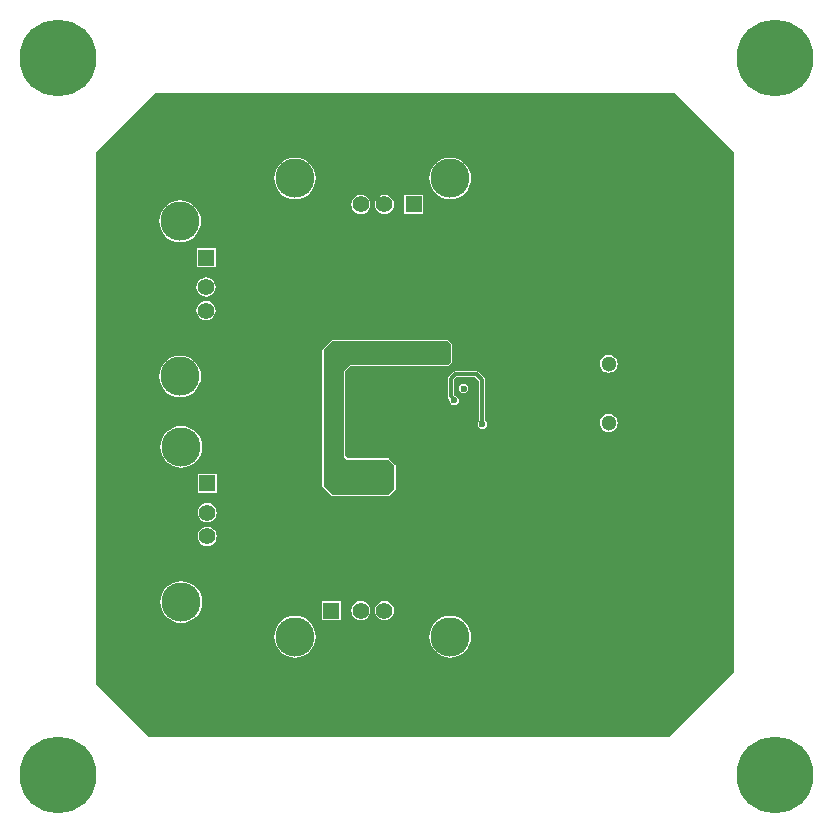
<source format=gbl>
G04*
G04 #@! TF.GenerationSoftware,Altium Limited,Altium Designer,20.2.3 (150)*
G04*
G04 Layer_Physical_Order=2*
G04 Layer_Color=16711680*
%FSLAX44Y44*%
%MOMM*%
G71*
G04*
G04 #@! TF.SameCoordinates,CE7551EE-2CAC-49A0-A575-A5F11EB50F32*
G04*
G04*
G04 #@! TF.FilePolarity,Positive*
G04*
G01*
G75*
%ADD11C,0.3000*%
%ADD58C,1.4080*%
%ADD59R,1.4080X1.4080*%
%ADD60C,3.3160*%
%ADD61C,1.3000*%
%ADD62R,1.4080X1.4080*%
%ADD63C,6.5000*%
%ADD64C,0.6000*%
G36*
X2200000Y960000D02*
Y520000D01*
X2145000Y465000D01*
X1705000D01*
X1660000Y510000D01*
Y960000D01*
X1710000Y1010000D01*
X2150000D01*
X2200000Y960000D01*
D02*
G37*
%LPC*%
G36*
X1959700Y955665D02*
X1956254Y955326D01*
X1952940Y954320D01*
X1949886Y952688D01*
X1947209Y950491D01*
X1945012Y947814D01*
X1943380Y944760D01*
X1942374Y941446D01*
X1942035Y938000D01*
X1942374Y934554D01*
X1943380Y931240D01*
X1945012Y928186D01*
X1947209Y925509D01*
X1949886Y923312D01*
X1952940Y921680D01*
X1956254Y920674D01*
X1959700Y920335D01*
X1963146Y920674D01*
X1966460Y921680D01*
X1969514Y923312D01*
X1972191Y925509D01*
X1974388Y928186D01*
X1976020Y931240D01*
X1977026Y934554D01*
X1977365Y938000D01*
X1977026Y941446D01*
X1976020Y944760D01*
X1974388Y947814D01*
X1972191Y950491D01*
X1969514Y952688D01*
X1966460Y954320D01*
X1963146Y955326D01*
X1959700Y955665D01*
D02*
G37*
G36*
X1828300D02*
X1824854Y955326D01*
X1821540Y954320D01*
X1818486Y952688D01*
X1815809Y950491D01*
X1813612Y947814D01*
X1811980Y944760D01*
X1810974Y941446D01*
X1810635Y938000D01*
X1810974Y934554D01*
X1811980Y931240D01*
X1813612Y928186D01*
X1815809Y925509D01*
X1818486Y923312D01*
X1821540Y921680D01*
X1824854Y920674D01*
X1828300Y920335D01*
X1831746Y920674D01*
X1835060Y921680D01*
X1838114Y923312D01*
X1840791Y925509D01*
X1842988Y928186D01*
X1844620Y931240D01*
X1845626Y934554D01*
X1845965Y938000D01*
X1845626Y941446D01*
X1844620Y944760D01*
X1842988Y947814D01*
X1840791Y950491D01*
X1838114Y952688D01*
X1835060Y954320D01*
X1831746Y955326D01*
X1828300Y955665D01*
D02*
G37*
G36*
X1937040Y924040D02*
X1920960D01*
Y907960D01*
X1937040D01*
Y924040D01*
D02*
G37*
G36*
X1904000Y924109D02*
X1901901Y923833D01*
X1899945Y923023D01*
X1898266Y921734D01*
X1896977Y920055D01*
X1896167Y918099D01*
X1895891Y916000D01*
X1896167Y913901D01*
X1896977Y911945D01*
X1898266Y910266D01*
X1899945Y908977D01*
X1901901Y908167D01*
X1904000Y907891D01*
X1906099Y908167D01*
X1908055Y908977D01*
X1909734Y910266D01*
X1911023Y911945D01*
X1911833Y913901D01*
X1912109Y916000D01*
X1911833Y918099D01*
X1911023Y920055D01*
X1909734Y921734D01*
X1908055Y923023D01*
X1906099Y923833D01*
X1904000Y924109D01*
D02*
G37*
G36*
X1884000D02*
X1881901Y923833D01*
X1879945Y923023D01*
X1878266Y921734D01*
X1876977Y920055D01*
X1876167Y918099D01*
X1875891Y916000D01*
X1876167Y913901D01*
X1876977Y911945D01*
X1878266Y910266D01*
X1879945Y908977D01*
X1881901Y908167D01*
X1884000Y907891D01*
X1886099Y908167D01*
X1888055Y908977D01*
X1889734Y910266D01*
X1891023Y911945D01*
X1891833Y913901D01*
X1892109Y916000D01*
X1891833Y918099D01*
X1891023Y920055D01*
X1889734Y921734D01*
X1888055Y923023D01*
X1886099Y923833D01*
X1884000Y924109D01*
D02*
G37*
G36*
X1731000Y919365D02*
X1727554Y919026D01*
X1724240Y918020D01*
X1721186Y916388D01*
X1718509Y914191D01*
X1716312Y911514D01*
X1714680Y908460D01*
X1713674Y905146D01*
X1713335Y901700D01*
X1713674Y898254D01*
X1714680Y894940D01*
X1716312Y891886D01*
X1718509Y889209D01*
X1721186Y887012D01*
X1724240Y885380D01*
X1727554Y884374D01*
X1731000Y884035D01*
X1734446Y884374D01*
X1737760Y885380D01*
X1740814Y887012D01*
X1743491Y889209D01*
X1745688Y891886D01*
X1747320Y894940D01*
X1748326Y898254D01*
X1748665Y901700D01*
X1748326Y905146D01*
X1747320Y908460D01*
X1745688Y911514D01*
X1743491Y914191D01*
X1740814Y916388D01*
X1737760Y918020D01*
X1734446Y919026D01*
X1731000Y919365D01*
D02*
G37*
G36*
X1761040Y879040D02*
X1744960D01*
Y862960D01*
X1761040D01*
Y879040D01*
D02*
G37*
G36*
X1753000Y854109D02*
X1750901Y853833D01*
X1748945Y853023D01*
X1747266Y851734D01*
X1745977Y850055D01*
X1745167Y848099D01*
X1744891Y846000D01*
X1745167Y843901D01*
X1745977Y841945D01*
X1747266Y840266D01*
X1748945Y838977D01*
X1750901Y838167D01*
X1753000Y837891D01*
X1755099Y838167D01*
X1757055Y838977D01*
X1758734Y840266D01*
X1760023Y841945D01*
X1760833Y843901D01*
X1761109Y846000D01*
X1760833Y848099D01*
X1760023Y850055D01*
X1758734Y851734D01*
X1757055Y853023D01*
X1755099Y853833D01*
X1753000Y854109D01*
D02*
G37*
G36*
Y834109D02*
X1750901Y833833D01*
X1748945Y833023D01*
X1747266Y831734D01*
X1745977Y830055D01*
X1745167Y828099D01*
X1744891Y826000D01*
X1745167Y823901D01*
X1745977Y821945D01*
X1747266Y820266D01*
X1748945Y818977D01*
X1750901Y818167D01*
X1753000Y817891D01*
X1755099Y818167D01*
X1757055Y818977D01*
X1758734Y820266D01*
X1760023Y821945D01*
X1760833Y823901D01*
X1761109Y826000D01*
X1760833Y828099D01*
X1760023Y830055D01*
X1758734Y831734D01*
X1757055Y833023D01*
X1755099Y833833D01*
X1753000Y834109D01*
D02*
G37*
G36*
X2094000Y788565D02*
X2092042Y788307D01*
X2090218Y787551D01*
X2088651Y786349D01*
X2087449Y784782D01*
X2086693Y782958D01*
X2086435Y781000D01*
X2086693Y779042D01*
X2087449Y777218D01*
X2088651Y775651D01*
X2090218Y774449D01*
X2092042Y773693D01*
X2094000Y773435D01*
X2095958Y773693D01*
X2097782Y774449D01*
X2099349Y775651D01*
X2100551Y777218D01*
X2101307Y779042D01*
X2101565Y781000D01*
X2101307Y782958D01*
X2100551Y784782D01*
X2099349Y786349D01*
X2097782Y787551D01*
X2095958Y788307D01*
X2094000Y788565D01*
D02*
G37*
G36*
X1971000Y764078D02*
X1969439Y763768D01*
X1968116Y762884D01*
X1967232Y761561D01*
X1966922Y760000D01*
X1967232Y758439D01*
X1968116Y757116D01*
X1969439Y756232D01*
X1971000Y755922D01*
X1972561Y756232D01*
X1973884Y757116D01*
X1974768Y758439D01*
X1975078Y760000D01*
X1974768Y761561D01*
X1973884Y762884D01*
X1972561Y763768D01*
X1971000Y764078D01*
D02*
G37*
G36*
X1731000Y787965D02*
X1727554Y787626D01*
X1724240Y786620D01*
X1721186Y784988D01*
X1718509Y782791D01*
X1716312Y780114D01*
X1714680Y777060D01*
X1713674Y773746D01*
X1713335Y770300D01*
X1713674Y766854D01*
X1714680Y763540D01*
X1716312Y760486D01*
X1718509Y757809D01*
X1721186Y755612D01*
X1724240Y753980D01*
X1727554Y752974D01*
X1731000Y752635D01*
X1734446Y752974D01*
X1737760Y753980D01*
X1740814Y755612D01*
X1743491Y757809D01*
X1745688Y760486D01*
X1747320Y763540D01*
X1748326Y766854D01*
X1748665Y770300D01*
X1748326Y773746D01*
X1747320Y777060D01*
X1745688Y780114D01*
X1743491Y782791D01*
X1740814Y784988D01*
X1737760Y786620D01*
X1734446Y787626D01*
X1731000Y787965D01*
D02*
G37*
G36*
X1982000Y774549D02*
X1964000D01*
X1963024Y774355D01*
X1962198Y773802D01*
X1958198Y769802D01*
X1957645Y768975D01*
X1957451Y768000D01*
Y753812D01*
X1957645Y752836D01*
X1958198Y752009D01*
X1959135Y751072D01*
X1958922Y750000D01*
X1959232Y748439D01*
X1960116Y747116D01*
X1961439Y746232D01*
X1963000Y745922D01*
X1964561Y746232D01*
X1965884Y747116D01*
X1966768Y748439D01*
X1967078Y750000D01*
X1966768Y751561D01*
X1965884Y752884D01*
X1964561Y753768D01*
X1963422Y753994D01*
X1962549Y754868D01*
Y766944D01*
X1965056Y769451D01*
X1980944D01*
X1984451Y765944D01*
Y733108D01*
X1984116Y732884D01*
X1983232Y731561D01*
X1982922Y730000D01*
X1983232Y728439D01*
X1984116Y727116D01*
X1985439Y726232D01*
X1987000Y725922D01*
X1988561Y726232D01*
X1989884Y727116D01*
X1990768Y728439D01*
X1991078Y730000D01*
X1990768Y731561D01*
X1989884Y732884D01*
X1989549Y733108D01*
Y767000D01*
X1989355Y767975D01*
X1989172Y768250D01*
X1988802Y768802D01*
X1983802Y773802D01*
X1982975Y774355D01*
X1982000Y774549D01*
D02*
G37*
G36*
X2094000Y738565D02*
X2092042Y738307D01*
X2090218Y737551D01*
X2088651Y736349D01*
X2087449Y734782D01*
X2086693Y732958D01*
X2086435Y731000D01*
X2086693Y729042D01*
X2087449Y727218D01*
X2088651Y725651D01*
X2090218Y724449D01*
X2092042Y723693D01*
X2094000Y723435D01*
X2095958Y723693D01*
X2097782Y724449D01*
X2099349Y725651D01*
X2100551Y727218D01*
X2101307Y729042D01*
X2101565Y731000D01*
X2101307Y732958D01*
X2100551Y734782D01*
X2099349Y736349D01*
X2097782Y737551D01*
X2095958Y738307D01*
X2094000Y738565D01*
D02*
G37*
G36*
X1732000Y728365D02*
X1728554Y728026D01*
X1725240Y727020D01*
X1722186Y725388D01*
X1719509Y723191D01*
X1717312Y720514D01*
X1715680Y717460D01*
X1714674Y714146D01*
X1714335Y710700D01*
X1714674Y707254D01*
X1715680Y703940D01*
X1717312Y700886D01*
X1719509Y698209D01*
X1722186Y696012D01*
X1725240Y694380D01*
X1728554Y693374D01*
X1732000Y693035D01*
X1735446Y693374D01*
X1738760Y694380D01*
X1741814Y696012D01*
X1744491Y698209D01*
X1746688Y700886D01*
X1748320Y703940D01*
X1749326Y707254D01*
X1749665Y710700D01*
X1749326Y714146D01*
X1748320Y717460D01*
X1746688Y720514D01*
X1744491Y723191D01*
X1741814Y725388D01*
X1738760Y727020D01*
X1735446Y728026D01*
X1732000Y728365D01*
D02*
G37*
G36*
X1762040Y688040D02*
X1745960D01*
Y671960D01*
X1762040D01*
Y688040D01*
D02*
G37*
G36*
X1860000Y801082D02*
X1859235Y800765D01*
X1859235Y800765D01*
X1851735Y793265D01*
X1851418Y792500D01*
Y677500D01*
X1851418Y677500D01*
X1851735Y676735D01*
X1859235Y669235D01*
X1860000Y668918D01*
X1907500D01*
X1907500Y668918D01*
X1908265Y669235D01*
X1913265Y674235D01*
X1913582Y675000D01*
X1913582Y695000D01*
X1913265Y695765D01*
X1913265Y695765D01*
X1908265Y700765D01*
X1907500Y701082D01*
X1872948D01*
X1871082Y702948D01*
Y774552D01*
X1875448Y778918D01*
X1957500D01*
X1958265Y779235D01*
X1958265Y779235D01*
X1960765Y781735D01*
X1961082Y782500D01*
X1961082Y797500D01*
Y797500D01*
Y797500D01*
X1960897Y797948D01*
X1960765Y798265D01*
X1960765D01*
Y798265D01*
X1958265Y800765D01*
X1957948Y800897D01*
X1957500Y801082D01*
X1860000Y801082D01*
D02*
G37*
G36*
X1754000Y663109D02*
X1751901Y662833D01*
X1749945Y662023D01*
X1748266Y660734D01*
X1746977Y659055D01*
X1746167Y657099D01*
X1745891Y655000D01*
X1746167Y652901D01*
X1746977Y650945D01*
X1748266Y649266D01*
X1749945Y647977D01*
X1751901Y647167D01*
X1754000Y646891D01*
X1756099Y647167D01*
X1758055Y647977D01*
X1759734Y649266D01*
X1761023Y650945D01*
X1761833Y652901D01*
X1762109Y655000D01*
X1761833Y657099D01*
X1761023Y659055D01*
X1759734Y660734D01*
X1758055Y662023D01*
X1756099Y662833D01*
X1754000Y663109D01*
D02*
G37*
G36*
Y643109D02*
X1751901Y642833D01*
X1749945Y642023D01*
X1748266Y640734D01*
X1746977Y639055D01*
X1746167Y637099D01*
X1745891Y635000D01*
X1746167Y632901D01*
X1746977Y630945D01*
X1748266Y629266D01*
X1749945Y627977D01*
X1751901Y627167D01*
X1754000Y626891D01*
X1756099Y627167D01*
X1758055Y627977D01*
X1759734Y629266D01*
X1761023Y630945D01*
X1761833Y632901D01*
X1762109Y635000D01*
X1761833Y637099D01*
X1761023Y639055D01*
X1759734Y640734D01*
X1758055Y642023D01*
X1756099Y642833D01*
X1754000Y643109D01*
D02*
G37*
G36*
X1867040Y580040D02*
X1850960D01*
Y563960D01*
X1867040D01*
Y580040D01*
D02*
G37*
G36*
X1904000Y580109D02*
X1901901Y579833D01*
X1899945Y579023D01*
X1898266Y577734D01*
X1896977Y576055D01*
X1896167Y574099D01*
X1895891Y572000D01*
X1896167Y569901D01*
X1896977Y567945D01*
X1898266Y566266D01*
X1899945Y564977D01*
X1901901Y564167D01*
X1904000Y563891D01*
X1906099Y564167D01*
X1908055Y564977D01*
X1909734Y566266D01*
X1911023Y567945D01*
X1911833Y569901D01*
X1912109Y572000D01*
X1911833Y574099D01*
X1911023Y576055D01*
X1909734Y577734D01*
X1908055Y579023D01*
X1906099Y579833D01*
X1904000Y580109D01*
D02*
G37*
G36*
X1884000D02*
X1881901Y579833D01*
X1879945Y579023D01*
X1878266Y577734D01*
X1876977Y576055D01*
X1876167Y574099D01*
X1875891Y572000D01*
X1876167Y569901D01*
X1876977Y567945D01*
X1878266Y566266D01*
X1879945Y564977D01*
X1881901Y564167D01*
X1884000Y563891D01*
X1886099Y564167D01*
X1888055Y564977D01*
X1889734Y566266D01*
X1891023Y567945D01*
X1891833Y569901D01*
X1892109Y572000D01*
X1891833Y574099D01*
X1891023Y576055D01*
X1889734Y577734D01*
X1888055Y579023D01*
X1886099Y579833D01*
X1884000Y580109D01*
D02*
G37*
G36*
X1732000Y596965D02*
X1728554Y596626D01*
X1725240Y595620D01*
X1722186Y593988D01*
X1719509Y591791D01*
X1717312Y589114D01*
X1715680Y586060D01*
X1714674Y582746D01*
X1714335Y579300D01*
X1714674Y575854D01*
X1715680Y572540D01*
X1717312Y569486D01*
X1719509Y566809D01*
X1722186Y564612D01*
X1725240Y562980D01*
X1728554Y561974D01*
X1732000Y561635D01*
X1735446Y561974D01*
X1738760Y562980D01*
X1741814Y564612D01*
X1744491Y566809D01*
X1746688Y569486D01*
X1748320Y572540D01*
X1749326Y575854D01*
X1749665Y579300D01*
X1749326Y582746D01*
X1748320Y586060D01*
X1746688Y589114D01*
X1744491Y591791D01*
X1741814Y593988D01*
X1738760Y595620D01*
X1735446Y596626D01*
X1732000Y596965D01*
D02*
G37*
G36*
X1959700Y567665D02*
X1956254Y567326D01*
X1952940Y566320D01*
X1949886Y564688D01*
X1947209Y562491D01*
X1945012Y559814D01*
X1943380Y556760D01*
X1942374Y553446D01*
X1942035Y550000D01*
X1942374Y546554D01*
X1943380Y543240D01*
X1945012Y540186D01*
X1947209Y537509D01*
X1949886Y535312D01*
X1952940Y533680D01*
X1956254Y532674D01*
X1959700Y532335D01*
X1963146Y532674D01*
X1966460Y533680D01*
X1969514Y535312D01*
X1972191Y537509D01*
X1974388Y540186D01*
X1976020Y543240D01*
X1977026Y546554D01*
X1977365Y550000D01*
X1977026Y553446D01*
X1976020Y556760D01*
X1974388Y559814D01*
X1972191Y562491D01*
X1969514Y564688D01*
X1966460Y566320D01*
X1963146Y567326D01*
X1959700Y567665D01*
D02*
G37*
G36*
X1828300D02*
X1824854Y567326D01*
X1821540Y566320D01*
X1818486Y564688D01*
X1815809Y562491D01*
X1813612Y559814D01*
X1811980Y556760D01*
X1810974Y553446D01*
X1810635Y550000D01*
X1810974Y546554D01*
X1811980Y543240D01*
X1813612Y540186D01*
X1815809Y537509D01*
X1818486Y535312D01*
X1821540Y533680D01*
X1824854Y532674D01*
X1828300Y532335D01*
X1831746Y532674D01*
X1835060Y533680D01*
X1838114Y535312D01*
X1840791Y537509D01*
X1842988Y540186D01*
X1844620Y543240D01*
X1845626Y546554D01*
X1845965Y550000D01*
X1845626Y553446D01*
X1844620Y556760D01*
X1842988Y559814D01*
X1840791Y562491D01*
X1838114Y564688D01*
X1835060Y566320D01*
X1831746Y567326D01*
X1828300Y567665D01*
D02*
G37*
%LPD*%
G36*
X1957500Y800000D02*
X1960000Y797500D01*
X1960000Y782500D01*
X1957500Y780000D01*
X1875000D01*
X1870000Y775000D01*
Y702500D01*
X1872500Y700000D01*
X1907500D01*
X1912500Y695000D01*
X1912500Y675000D01*
X1907500Y670000D01*
X1860000D01*
X1852500Y677500D01*
Y792500D01*
X1860000Y800000D01*
X1957500Y800000D01*
D02*
G37*
D11*
X1987000Y730000D02*
Y767000D01*
X1964000Y772000D02*
X1982000D01*
X1987000Y767000D01*
X1960000Y768000D02*
X1964000Y772000D01*
X1960000Y753812D02*
Y768000D01*
X1963000Y750000D02*
Y750812D01*
X1960000Y753812D02*
X1963000Y750812D01*
D58*
X1929000Y572000D02*
D03*
X1904000D02*
D03*
X1884000D02*
D03*
X1859000Y916000D02*
D03*
X1884000D02*
D03*
X1904000D02*
D03*
X1753000Y801000D02*
D03*
Y826000D02*
D03*
Y846000D02*
D03*
X1754000Y610000D02*
D03*
Y635000D02*
D03*
Y655000D02*
D03*
D59*
X1859000Y572000D02*
D03*
X1929000Y916000D02*
D03*
D60*
X1959700Y550000D02*
D03*
X1828300D02*
D03*
Y938000D02*
D03*
X1959700D02*
D03*
X1731000Y770300D02*
D03*
Y901700D02*
D03*
X1732000Y579300D02*
D03*
Y710700D02*
D03*
D61*
X2094000Y731000D02*
D03*
Y781000D02*
D03*
D62*
X1753000Y871000D02*
D03*
X1754000Y680000D02*
D03*
D63*
X1627856Y1039642D02*
D03*
X2234424D02*
D03*
Y433073D02*
D03*
X1627856D02*
D03*
D64*
X1834000Y749000D02*
D03*
X1859500Y821000D02*
D03*
X1905000Y679000D02*
D03*
X1921380Y743160D02*
D03*
X1988000Y681000D02*
D03*
X1987000Y697000D02*
D03*
X1984000Y821000D02*
D03*
X2004240Y681040D02*
D03*
X2021000Y756000D02*
D03*
X2083700Y656000D02*
D03*
X1865000Y731000D02*
D03*
X1859500Y831000D02*
D03*
X1905000Y692000D02*
D03*
X1938760Y691960D02*
D03*
X1960000Y667000D02*
D03*
X1963000Y750000D02*
D03*
X1987000Y712000D02*
D03*
Y730000D02*
D03*
X1984000Y831000D02*
D03*
X2021000Y768446D02*
D03*
X2021000Y789000D02*
D03*
Y730000D02*
D03*
X2083700Y853900D02*
D03*
X1834055Y806000D02*
D03*
X1953523Y784540D02*
D03*
X1889000Y786000D02*
D03*
X1971000Y760000D02*
D03*
X2057100Y657000D02*
D03*
X2097000Y656000D02*
D03*
X2070400D02*
D03*
X1833000Y709000D02*
D03*
X1874000Y651000D02*
D03*
X1833000Y692000D02*
D03*
X1832000Y792000D02*
D03*
Y774000D02*
D03*
X1834000Y732000D02*
D03*
X1893000Y651000D02*
D03*
X1911000Y753000D02*
D03*
X1930000D02*
D03*
X1911000Y734000D02*
D03*
X1931000Y733000D02*
D03*
X2034000Y791000D02*
D03*
X2057100Y853900D02*
D03*
X2097000D02*
D03*
X2070400D02*
D03*
M02*

</source>
